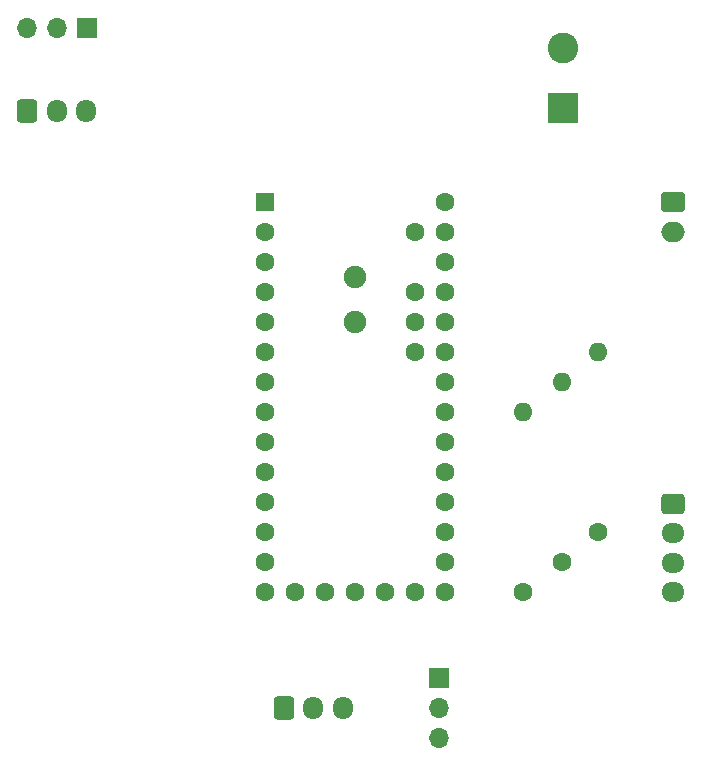
<source format=gbr>
%TF.GenerationSoftware,KiCad,Pcbnew,(6.0.5)*%
%TF.CreationDate,2022-06-17T01:03:42+02:00*%
%TF.ProjectId,seq,7365712e-6b69-4636-9164-5f7063625858,rev?*%
%TF.SameCoordinates,Original*%
%TF.FileFunction,Soldermask,Bot*%
%TF.FilePolarity,Negative*%
%FSLAX46Y46*%
G04 Gerber Fmt 4.6, Leading zero omitted, Abs format (unit mm)*
G04 Created by KiCad (PCBNEW (6.0.5)) date 2022-06-17 01:03:42*
%MOMM*%
%LPD*%
G01*
G04 APERTURE LIST*
G04 Aperture macros list*
%AMRoundRect*
0 Rectangle with rounded corners*
0 $1 Rounding radius*
0 $2 $3 $4 $5 $6 $7 $8 $9 X,Y pos of 4 corners*
0 Add a 4 corners polygon primitive as box body*
4,1,4,$2,$3,$4,$5,$6,$7,$8,$9,$2,$3,0*
0 Add four circle primitives for the rounded corners*
1,1,$1+$1,$2,$3*
1,1,$1+$1,$4,$5*
1,1,$1+$1,$6,$7*
1,1,$1+$1,$8,$9*
0 Add four rect primitives between the rounded corners*
20,1,$1+$1,$2,$3,$4,$5,0*
20,1,$1+$1,$4,$5,$6,$7,0*
20,1,$1+$1,$6,$7,$8,$9,0*
20,1,$1+$1,$8,$9,$2,$3,0*%
G04 Aperture macros list end*
%ADD10O,1.700000X1.700000*%
%ADD11R,1.700000X1.700000*%
%ADD12RoundRect,0.250000X-0.600000X-0.725000X0.600000X-0.725000X0.600000X0.725000X-0.600000X0.725000X0*%
%ADD13O,1.700000X1.950000*%
%ADD14RoundRect,0.250000X-0.725000X0.600000X-0.725000X-0.600000X0.725000X-0.600000X0.725000X0.600000X0*%
%ADD15O,1.950000X1.700000*%
%ADD16R,2.600000X2.600000*%
%ADD17C,2.600000*%
%ADD18RoundRect,0.250000X-0.750000X0.600000X-0.750000X-0.600000X0.750000X-0.600000X0.750000X0.600000X0*%
%ADD19O,2.000000X1.700000*%
%ADD20C,1.600000*%
%ADD21O,1.600000X1.600000*%
%ADD22R,1.600000X1.600000*%
%ADD23C,1.900000*%
G04 APERTURE END LIST*
D10*
%TO.C,J10*%
X133096000Y-121410000D03*
X133096000Y-118870000D03*
D11*
X133096000Y-116330000D03*
%TD*%
D10*
%TO.C,J2*%
X98156000Y-61341000D03*
X100696000Y-61341000D03*
D11*
X103236000Y-61341000D03*
%TD*%
D12*
%TO.C,J8*%
X119928000Y-118855000D03*
D13*
X122428000Y-118855000D03*
X124928000Y-118855000D03*
%TD*%
D14*
%TO.C,J9*%
X152908000Y-101593000D03*
D15*
X152908000Y-104093000D03*
X152908000Y-106593000D03*
X152908000Y-109093000D03*
%TD*%
D16*
%TO.C,J11*%
X143561000Y-68077000D03*
D17*
X143561000Y-62997000D03*
%TD*%
D18*
%TO.C,J12*%
X152908000Y-76073000D03*
D19*
X152908000Y-78573000D03*
%TD*%
D12*
%TO.C,J1*%
X98211000Y-68338000D03*
D13*
X100711000Y-68338000D03*
X103211000Y-68338000D03*
%TD*%
D20*
%TO.C,R3*%
X140208000Y-109093000D03*
D21*
X140208000Y-93853000D03*
%TD*%
D20*
%TO.C,R1*%
X146558000Y-104013000D03*
D21*
X146558000Y-88773000D03*
%TD*%
D22*
%TO.C,U1*%
X118364000Y-76073000D03*
D20*
X118364000Y-78613000D03*
X118364000Y-81153000D03*
X118364000Y-83693000D03*
X118364000Y-86233000D03*
X118364000Y-88773000D03*
X118364000Y-91313000D03*
X118364000Y-93853000D03*
X118364000Y-96393000D03*
X118364000Y-98933000D03*
X118364000Y-101473000D03*
X118364000Y-104013000D03*
X118364000Y-106553000D03*
X118364000Y-109093000D03*
X120904000Y-109093000D03*
X123444000Y-109093000D03*
X125984000Y-109093000D03*
X128524000Y-109093000D03*
X131064000Y-109093000D03*
X133604000Y-109093000D03*
X133604000Y-106553000D03*
X133604000Y-104013000D03*
X133604000Y-101473000D03*
X133604000Y-98933000D03*
X133604000Y-96393000D03*
X133604000Y-93853000D03*
X133604000Y-91313000D03*
X133604000Y-88773000D03*
X133604000Y-86233000D03*
X133604000Y-83693000D03*
X133604000Y-81153000D03*
X133604000Y-78613000D03*
X133604000Y-76073000D03*
X131064000Y-78613000D03*
X131064000Y-83693000D03*
X131064000Y-86233000D03*
X131064000Y-88773000D03*
D23*
X125984000Y-82423000D03*
X125984000Y-86233000D03*
%TD*%
D20*
%TO.C,R2*%
X143510000Y-106553000D03*
D21*
X143510000Y-91313000D03*
%TD*%
M02*

</source>
